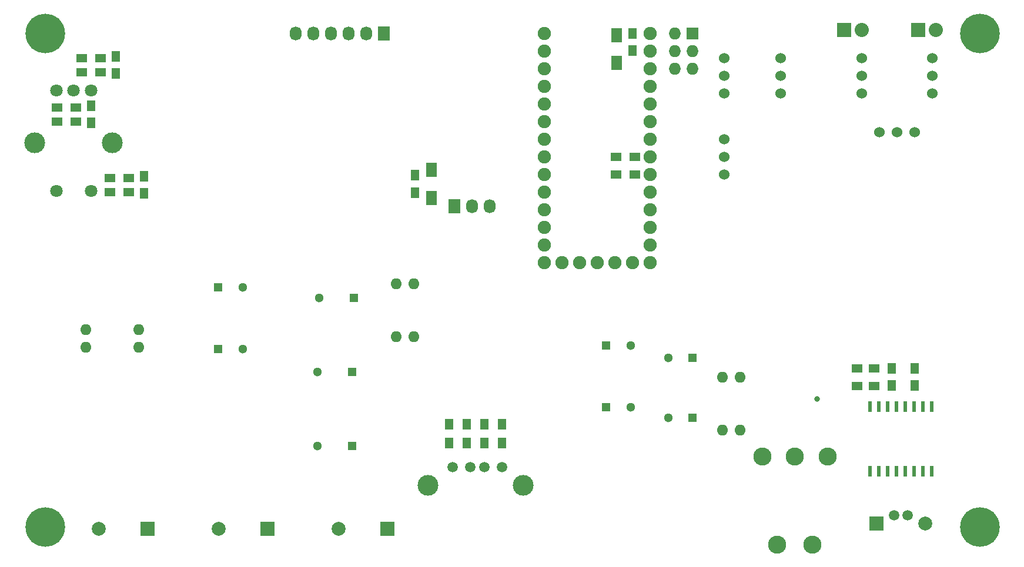
<source format=gbs>
G04 #@! TF.FileFunction,Soldermask,Bot*
%FSLAX46Y46*%
G04 Gerber Fmt 4.6, Leading zero omitted, Abs format (unit mm)*
G04 Created by KiCad (PCBNEW (2015-06-14 BZR 5748)-product) date Monday, August 03, 2015 'AMt' 10:40:36 AM*
%MOMM*%
G01*
G04 APERTURE LIST*
%ADD10C,0.100000*%
%ADD11R,2.032000X2.032000*%
%ADD12O,2.032000X2.032000*%
%ADD13R,2.000000X2.000000*%
%ADD14C,2.000000*%
%ADD15R,1.300000X1.300000*%
%ADD16C,1.300000*%
%ADD17R,1.250000X1.500000*%
%ADD18R,1.600000X2.000000*%
%ADD19C,1.501140*%
%ADD20C,2.999740*%
%ADD21R,1.727200X1.727200*%
%ADD22O,1.727200X1.727200*%
%ADD23R,1.727200X2.032000*%
%ADD24O,1.727200X2.032000*%
%ADD25R,1.300000X1.500000*%
%ADD26R,1.500000X1.300000*%
%ADD27C,1.800000*%
%ADD28C,3.000000*%
%ADD29C,1.524000*%
%ADD30C,2.612000*%
%ADD31O,1.600000X1.600000*%
%ADD32C,1.900000*%
%ADD33R,1.500000X1.250000*%
%ADD34R,0.600000X1.500000*%
%ADD35C,5.700000*%
%ADD36C,1.500000*%
%ADD37C,0.838200*%
G04 APERTURE END LIST*
D10*
D11*
X238506000Y-23368000D03*
D12*
X241046000Y-23368000D03*
D13*
X138120000Y-95250000D03*
D14*
X131120000Y-95250000D03*
D15*
X167640000Y-83312000D03*
D16*
X162640000Y-83312000D03*
D15*
X167894000Y-61976000D03*
D16*
X162894000Y-61976000D03*
D15*
X167640000Y-72644000D03*
D16*
X162640000Y-72644000D03*
X151836000Y-69342000D03*
D15*
X148336000Y-69342000D03*
D16*
X151836000Y-60452000D03*
D15*
X148336000Y-60452000D03*
D17*
X248666000Y-74656000D03*
X248666000Y-72156000D03*
X245364000Y-74656000D03*
X245364000Y-72156000D03*
D16*
X213162000Y-79248000D03*
D15*
X216662000Y-79248000D03*
D16*
X213162000Y-70612000D03*
D15*
X216662000Y-70612000D03*
D17*
X176657000Y-44343000D03*
X176657000Y-46843000D03*
D16*
X207716000Y-68834000D03*
D15*
X204216000Y-68834000D03*
D16*
X207716000Y-77724000D03*
D15*
X204216000Y-77724000D03*
D18*
X205740000Y-24162000D03*
X205740000Y-28162000D03*
D17*
X208026000Y-23896000D03*
X208026000Y-26396000D03*
X130048000Y-34310000D03*
X130048000Y-36810000D03*
X133604000Y-29698000D03*
X133604000Y-27198000D03*
X137668000Y-44470000D03*
X137668000Y-46970000D03*
D19*
X189230860Y-86357880D03*
X186690860Y-86357880D03*
X184658860Y-86357880D03*
X182118860Y-86357880D03*
D20*
X192278860Y-89024880D03*
X178562860Y-89024880D03*
D11*
X249174000Y-23368000D03*
D12*
X251714000Y-23368000D03*
D21*
X216662000Y-23876000D03*
D22*
X214122000Y-23876000D03*
X216662000Y-26416000D03*
X214122000Y-26416000D03*
X216662000Y-28956000D03*
X214122000Y-28956000D03*
D23*
X172212000Y-23876000D03*
D24*
X169672000Y-23876000D03*
X167132000Y-23876000D03*
X164592000Y-23876000D03*
X162052000Y-23876000D03*
X159512000Y-23876000D03*
D25*
X184150000Y-80184000D03*
X184150000Y-82884000D03*
X186690000Y-80184000D03*
X186690000Y-82884000D03*
X181610000Y-82884000D03*
X181610000Y-80184000D03*
X189230000Y-82884000D03*
X189230000Y-80184000D03*
D26*
X135462000Y-46736000D03*
X132762000Y-46736000D03*
X131398000Y-27432000D03*
X128698000Y-27432000D03*
X127842000Y-36576000D03*
X125142000Y-36576000D03*
X135462000Y-44704000D03*
X132762000Y-44704000D03*
X131398000Y-29464000D03*
X128698000Y-29464000D03*
X127842000Y-34544000D03*
X125142000Y-34544000D03*
X205660000Y-41656000D03*
X208360000Y-41656000D03*
X205660000Y-44196000D03*
X208360000Y-44196000D03*
D27*
X130008000Y-46624000D03*
X130008000Y-32124000D03*
X127508000Y-32124000D03*
X125008000Y-32124000D03*
X125008000Y-46624000D03*
D28*
X121908000Y-39624000D03*
X133108000Y-39624000D03*
D29*
X229362000Y-29972000D03*
X229362000Y-27432000D03*
X229362000Y-32512000D03*
X251206000Y-29972000D03*
X251206000Y-27432000D03*
X251206000Y-32512000D03*
X241046000Y-29972000D03*
X241046000Y-27432000D03*
X241046000Y-32512000D03*
X221234000Y-29972000D03*
X221234000Y-27432000D03*
X221234000Y-32512000D03*
X246126000Y-38100000D03*
X243586000Y-38100000D03*
X248666000Y-38100000D03*
X221234000Y-41656000D03*
X221234000Y-39116000D03*
X221234000Y-44196000D03*
D30*
X226694000Y-84836000D03*
X231394000Y-84836000D03*
X236094000Y-84836000D03*
X228854000Y-97536000D03*
X233934000Y-97536000D03*
D31*
X129286000Y-66548000D03*
X129286000Y-69088000D03*
X136906000Y-69088000D03*
X136906000Y-66548000D03*
X223520000Y-81026000D03*
X220980000Y-81026000D03*
X220980000Y-73406000D03*
X223520000Y-73406000D03*
D32*
X195326000Y-26416000D03*
X195326000Y-28956000D03*
X195326000Y-31496000D03*
X195326000Y-34036000D03*
X195326000Y-36576000D03*
X195326000Y-39116000D03*
X195326000Y-41656000D03*
X195326000Y-44196000D03*
X195326000Y-46736000D03*
X195326000Y-49276000D03*
X195326000Y-51816000D03*
X195326000Y-54356000D03*
X195326000Y-56896000D03*
X210566000Y-56896000D03*
X210566000Y-54356000D03*
X210566000Y-51816000D03*
X210566000Y-49276000D03*
X210566000Y-46736000D03*
X210566000Y-44196000D03*
X210566000Y-41656000D03*
X210566000Y-39116000D03*
X210566000Y-36576000D03*
X210566000Y-34036000D03*
X210566000Y-31496000D03*
X210566000Y-28956000D03*
X210566000Y-26416000D03*
X210566000Y-23876000D03*
X195326000Y-23876000D03*
X197866000Y-56896000D03*
X200406000Y-56896000D03*
X202946000Y-56896000D03*
X205486000Y-56896000D03*
X208026000Y-56896000D03*
D31*
X173990000Y-67564000D03*
X176530000Y-67564000D03*
X176530000Y-59944000D03*
X173990000Y-59944000D03*
D23*
X182372000Y-48768000D03*
D24*
X184912000Y-48768000D03*
X187452000Y-48768000D03*
D33*
X242804000Y-74676000D03*
X240304000Y-74676000D03*
X242804000Y-72136000D03*
X240304000Y-72136000D03*
D34*
X251079000Y-86946000D03*
X249809000Y-86946000D03*
X248539000Y-86946000D03*
X247269000Y-86946000D03*
X245999000Y-86946000D03*
X244729000Y-86946000D03*
X243459000Y-86946000D03*
X242189000Y-86946000D03*
X242189000Y-77646000D03*
X243459000Y-77646000D03*
X244729000Y-77646000D03*
X245999000Y-77646000D03*
X247269000Y-77646000D03*
X248539000Y-77646000D03*
X249809000Y-77646000D03*
X251079000Y-77646000D03*
D13*
X155392000Y-95250000D03*
D14*
X148392000Y-95250000D03*
D13*
X243134000Y-94488000D03*
D14*
X250134000Y-94488000D03*
D13*
X172664000Y-95250000D03*
D14*
X165664000Y-95250000D03*
D18*
X179070000Y-43593000D03*
X179070000Y-47593000D03*
D35*
X123396240Y-23876000D03*
X123444000Y-94996000D03*
X258064000Y-94996000D03*
X258064000Y-23876000D03*
D36*
X247634000Y-93304000D03*
X245634000Y-93304000D03*
D37*
X234569000Y-76581000D03*
M02*

</source>
